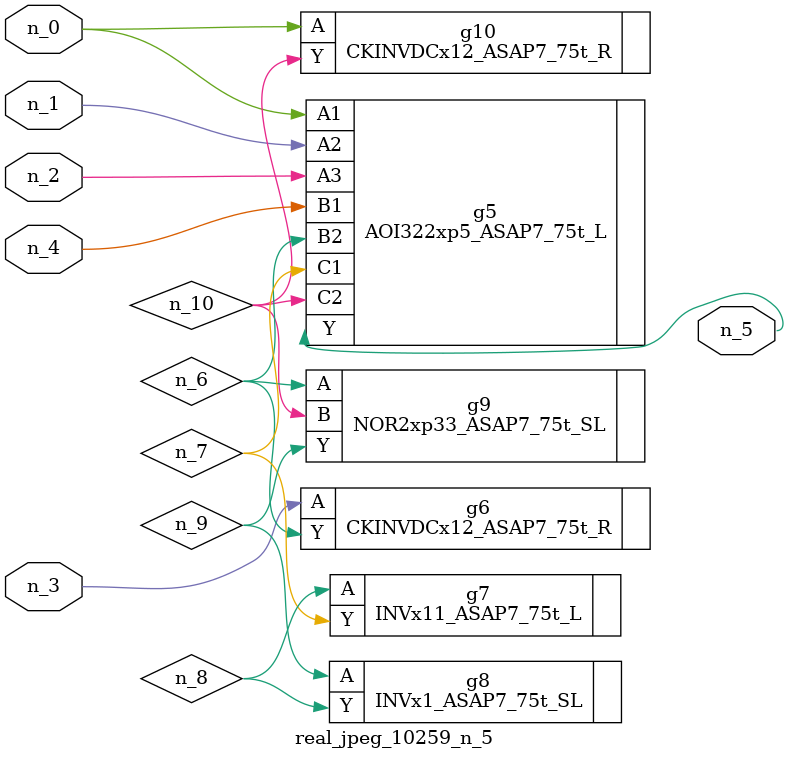
<source format=v>
module real_jpeg_10259_n_5 (n_4, n_0, n_1, n_2, n_3, n_5);

input n_4;
input n_0;
input n_1;
input n_2;
input n_3;

output n_5;

wire n_8;
wire n_6;
wire n_7;
wire n_10;
wire n_9;

AOI322xp5_ASAP7_75t_L g5 ( 
.A1(n_0),
.A2(n_1),
.A3(n_2),
.B1(n_4),
.B2(n_6),
.C1(n_7),
.C2(n_10),
.Y(n_5)
);

CKINVDCx12_ASAP7_75t_R g10 ( 
.A(n_0),
.Y(n_10)
);

CKINVDCx12_ASAP7_75t_R g6 ( 
.A(n_3),
.Y(n_6)
);

NOR2xp33_ASAP7_75t_SL g9 ( 
.A(n_6),
.B(n_10),
.Y(n_9)
);

INVx11_ASAP7_75t_L g7 ( 
.A(n_8),
.Y(n_7)
);

INVx1_ASAP7_75t_SL g8 ( 
.A(n_9),
.Y(n_8)
);


endmodule
</source>
